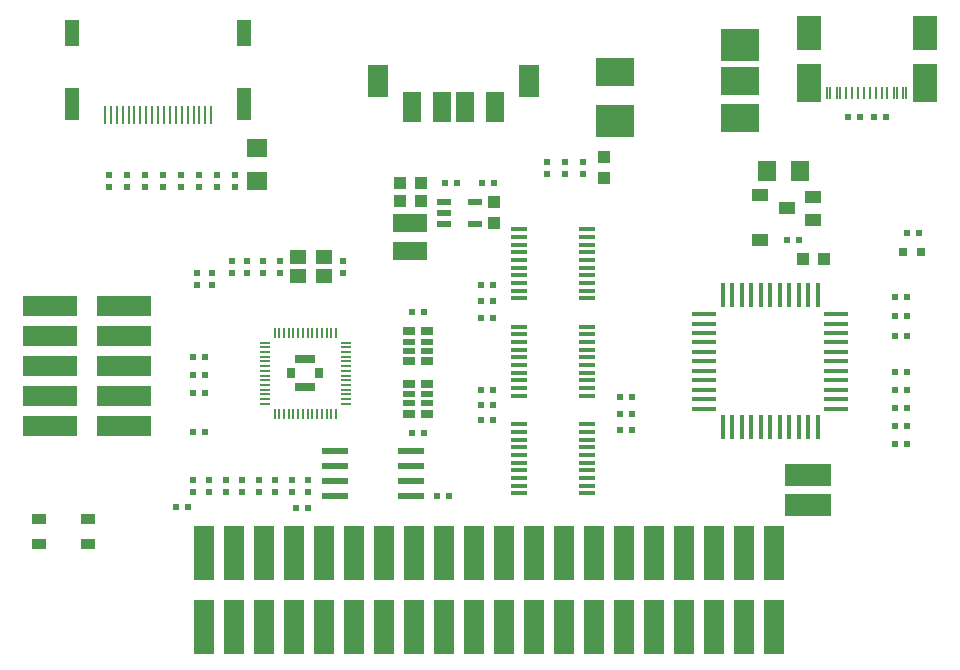
<source format=gbr>
G04 #@! TF.GenerationSoftware,KiCad,Pcbnew,5.1.4-e60b266~84~ubuntu18.04.1*
G04 #@! TF.CreationDate,2023-05-24T16:15:14+03:00*
G04 #@! TF.ProjectId,Neo6502_Rev_A,4e656f36-3530-4325-9f52-65765f412e6b,A*
G04 #@! TF.SameCoordinates,Original*
G04 #@! TF.FileFunction,Paste,Top*
G04 #@! TF.FilePolarity,Positive*
%FSLAX46Y46*%
G04 Gerber Fmt 4.6, Leading zero omitted, Abs format (unit mm)*
G04 Created by KiCad (PCBNEW 5.1.4-e60b266~84~ubuntu18.04.1) date 2023-05-24 16:15:14*
%MOMM*%
%LPD*%
G04 APERTURE LIST*
%ADD10R,1.300000X2.700000*%
%ADD11R,1.300000X2.300000*%
%ADD12R,0.230000X1.580000*%
%ADD13R,1.800000X2.800000*%
%ADD14R,1.500000X2.500000*%
%ADD15R,1.700000X4.550000*%
%ADD16C,1.700000*%
%ADD17C,0.100000*%
%ADD18R,3.937000X1.905000*%
%ADD19R,3.253999X2.354000*%
%ADD20R,3.253999X2.754000*%
%ADD21R,0.500000X0.550000*%
%ADD22R,0.800000X0.800000*%
%ADD23R,0.550000X0.500000*%
%ADD24R,1.016000X1.016000*%
%ADD25R,1.400000X1.000000*%
%ADD26R,1.304000X0.904000*%
%ADD27R,1.800000X1.600000*%
%ADD28R,3.000000X1.600000*%
%ADD29R,1.400000X1.200000*%
%ADD30R,1.016000X0.762000*%
%ADD31R,1.016000X0.508000*%
%ADD32R,2.200000X0.600000*%
%ADD33R,1.700000X0.800000*%
%ADD34R,0.800000X0.949200*%
%ADD35R,0.886000X0.211000*%
%ADD36R,0.211000X0.886000*%
%ADD37R,1.200000X0.550000*%
%ADD38R,2.000000X0.400000*%
%ADD39R,0.400000X2.000000*%
%ADD40R,1.400000X0.350000*%
%ADD41R,1.524000X1.778000*%
%ADD42R,0.280000X1.130000*%
%ADD43R,0.230000X1.130000*%
%ADD44R,2.100000X3.200000*%
%ADD45R,2.100000X3.000000*%
G04 APERTURE END LIST*
D10*
X119300000Y-72850000D03*
D11*
X119300000Y-66800000D03*
X104700000Y-66800000D03*
D10*
X104700000Y-72850000D03*
D12*
X116500000Y-73800000D03*
X116000000Y-73800000D03*
X115500000Y-73800000D03*
X115000000Y-73800000D03*
X114500000Y-73800000D03*
X114000000Y-73800000D03*
X113500000Y-73800000D03*
X113000000Y-73800000D03*
X112500000Y-73800000D03*
X112000000Y-73800000D03*
X111500000Y-73800000D03*
X111000000Y-73800000D03*
X110500000Y-73800000D03*
X110000000Y-73800000D03*
X109500000Y-73800000D03*
X109000000Y-73800000D03*
X108500000Y-73800000D03*
X108000000Y-73800000D03*
X107500000Y-73800000D03*
D13*
X130600000Y-70850000D03*
X143400000Y-70850000D03*
D14*
X133500000Y-73050000D03*
X136000000Y-73050000D03*
X138000000Y-73050000D03*
X140500000Y-73050000D03*
D15*
X164130000Y-110875000D03*
X161590000Y-110875000D03*
X159050000Y-110875000D03*
X156510000Y-110875000D03*
X153970000Y-110875000D03*
X151430000Y-110875000D03*
X148890000Y-110875000D03*
X146350000Y-110875000D03*
X143810000Y-110875000D03*
X141270000Y-110875000D03*
X115870000Y-110875000D03*
X118410000Y-110875000D03*
X120950000Y-110875000D03*
X123490000Y-110875000D03*
X126030000Y-110875000D03*
X128570000Y-110875000D03*
X131110000Y-110875000D03*
X133650000Y-110875000D03*
X136190000Y-110875000D03*
X136190000Y-117125000D03*
X138730000Y-117125000D03*
X164130000Y-117125000D03*
X161590000Y-117125000D03*
X159050000Y-117125000D03*
X156510000Y-117125000D03*
X153970000Y-117125000D03*
X151430000Y-117125000D03*
X148890000Y-117125000D03*
X146350000Y-117125000D03*
X143810000Y-117125000D03*
X141270000Y-117125000D03*
X133650000Y-117125000D03*
X131110000Y-117125000D03*
X128570000Y-117125000D03*
X126030000Y-117125000D03*
X123490000Y-117125000D03*
X120950000Y-117125000D03*
X118410000Y-117125000D03*
X115870000Y-117125000D03*
X138730000Y-110875000D03*
D16*
X102875000Y-89920000D03*
D17*
G36*
X100600000Y-89070000D02*
G01*
X105150000Y-89070000D01*
X105150000Y-90770000D01*
X100600000Y-90770000D01*
X100600000Y-89070000D01*
X100600000Y-89070000D01*
G37*
D16*
X102875000Y-92460000D03*
D17*
G36*
X100600000Y-91610000D02*
G01*
X105150000Y-91610000D01*
X105150000Y-93310000D01*
X100600000Y-93310000D01*
X100600000Y-91610000D01*
X100600000Y-91610000D01*
G37*
D16*
X102875000Y-95000000D03*
D17*
G36*
X100600000Y-94150000D02*
G01*
X105150000Y-94150000D01*
X105150000Y-95850000D01*
X100600000Y-95850000D01*
X100600000Y-94150000D01*
X100600000Y-94150000D01*
G37*
D16*
X102875000Y-97540000D03*
D17*
G36*
X100600000Y-96690000D02*
G01*
X105150000Y-96690000D01*
X105150000Y-98390000D01*
X100600000Y-98390000D01*
X100600000Y-96690000D01*
X100600000Y-96690000D01*
G37*
D16*
X102875000Y-100080000D03*
D17*
G36*
X100600000Y-99230000D02*
G01*
X105150000Y-99230000D01*
X105150000Y-100930000D01*
X100600000Y-100930000D01*
X100600000Y-99230000D01*
X100600000Y-99230000D01*
G37*
D16*
X109125000Y-100080000D03*
D17*
G36*
X106850000Y-99230000D02*
G01*
X111400000Y-99230000D01*
X111400000Y-100930000D01*
X106850000Y-100930000D01*
X106850000Y-99230000D01*
X106850000Y-99230000D01*
G37*
D16*
X109125000Y-97540000D03*
D17*
G36*
X106850000Y-96690000D02*
G01*
X111400000Y-96690000D01*
X111400000Y-98390000D01*
X106850000Y-98390000D01*
X106850000Y-96690000D01*
X106850000Y-96690000D01*
G37*
D16*
X109125000Y-89920000D03*
D17*
G36*
X106850000Y-89070000D02*
G01*
X111400000Y-89070000D01*
X111400000Y-90770000D01*
X106850000Y-90770000D01*
X106850000Y-89070000D01*
X106850000Y-89070000D01*
G37*
D16*
X109125000Y-92460000D03*
D17*
G36*
X106850000Y-91610000D02*
G01*
X111400000Y-91610000D01*
X111400000Y-93310000D01*
X106850000Y-93310000D01*
X106850000Y-91610000D01*
X106850000Y-91610000D01*
G37*
D16*
X109125000Y-95000000D03*
D17*
G36*
X106850000Y-94150000D02*
G01*
X111400000Y-94150000D01*
X111400000Y-95850000D01*
X106850000Y-95850000D01*
X106850000Y-94150000D01*
X106850000Y-94150000D01*
G37*
D18*
X167000000Y-104230000D03*
X167000000Y-106770000D03*
D19*
X161300000Y-70900000D03*
X150700000Y-70100000D03*
X161300000Y-74000000D03*
D20*
X150700000Y-74300000D03*
X161300000Y-67800000D03*
D21*
X174371000Y-101600000D03*
X175387000Y-101600000D03*
D22*
X176632000Y-85330000D03*
X175108000Y-85330000D03*
D21*
X175387000Y-83740000D03*
X176403000Y-83740000D03*
X114935000Y-97282000D03*
X115951000Y-97282000D03*
X139319000Y-88138000D03*
X140335000Y-88138000D03*
X114935000Y-95758000D03*
X115951000Y-95758000D03*
X165227000Y-84328000D03*
X166243000Y-84328000D03*
D23*
X146431000Y-77724000D03*
X146431000Y-78740000D03*
X144907000Y-77724000D03*
X144907000Y-78740000D03*
D24*
X168402000Y-85979000D03*
X166624000Y-85979000D03*
X149733000Y-77343000D03*
X149733000Y-79121000D03*
D23*
X147955000Y-77724000D03*
X147955000Y-78740000D03*
D25*
X162931000Y-84347002D03*
X162931000Y-80547002D03*
X167477440Y-82610960D03*
X167477440Y-80708500D03*
X165267640Y-81663540D03*
D26*
X106075000Y-110075000D03*
X101925000Y-110075000D03*
X106075000Y-107925000D03*
X101925000Y-107925000D03*
D21*
X124714000Y-107061000D03*
X123698000Y-107061000D03*
D23*
X116586000Y-87122000D03*
X116586000Y-88138000D03*
D21*
X134493000Y-100711000D03*
X133477000Y-100711000D03*
X133477000Y-90424000D03*
X134493000Y-90424000D03*
D23*
X119507000Y-87122000D03*
X119507000Y-86106000D03*
D21*
X114935000Y-94234000D03*
X115951000Y-94234000D03*
X115951000Y-100584000D03*
X114935000Y-100584000D03*
D23*
X123317000Y-104648000D03*
X123317000Y-105664000D03*
X121920000Y-105664000D03*
X121920000Y-104648000D03*
X114935000Y-105664000D03*
X114935000Y-104648000D03*
X116332000Y-105664000D03*
X116332000Y-104648000D03*
X117729000Y-104648000D03*
X117729000Y-105664000D03*
X118237000Y-87122000D03*
X118237000Y-86106000D03*
X124714000Y-105664000D03*
X124714000Y-104648000D03*
X127635000Y-86106000D03*
X127635000Y-87122000D03*
X122301000Y-86106000D03*
X122301000Y-87122000D03*
D24*
X140462000Y-82931000D03*
X140462000Y-81153000D03*
D21*
X174371000Y-95504001D03*
X175387000Y-95504001D03*
D24*
X132461001Y-81026000D03*
X134239001Y-81026000D03*
X134239000Y-79502000D03*
X132461000Y-79502000D03*
D21*
X152146000Y-97663000D03*
X151130000Y-97663000D03*
X151130000Y-99060000D03*
X152146000Y-99060000D03*
X139319000Y-89535000D03*
X140335000Y-89535000D03*
X140335000Y-90932000D03*
X139319000Y-90932000D03*
X139319000Y-98298000D03*
X140335000Y-98298000D03*
X139319000Y-99568000D03*
X140335000Y-99568000D03*
D27*
X120396000Y-79378000D03*
X120396000Y-76578000D03*
D28*
X133350000Y-85274000D03*
X133350000Y-82874000D03*
D29*
X126068000Y-85814000D03*
X123868000Y-87414000D03*
X123868000Y-85814000D03*
X126068000Y-87414000D03*
D21*
X136652000Y-106045000D03*
X135636000Y-106045000D03*
D23*
X115316000Y-88138000D03*
X115316000Y-87122000D03*
X120904000Y-87122000D03*
X120904000Y-86106000D03*
X119126000Y-104648000D03*
X119126000Y-105664000D03*
X120523000Y-105664000D03*
X120523000Y-104648000D03*
D21*
X113538000Y-106934000D03*
X114554000Y-106934000D03*
X171450000Y-73914000D03*
X170434000Y-73914000D03*
X173609000Y-73914000D03*
X172593000Y-73914000D03*
X175387000Y-97028000D03*
X174371000Y-97028000D03*
X136271000Y-79502000D03*
X137287000Y-79502000D03*
X139446000Y-79502000D03*
X140462000Y-79502000D03*
X174371000Y-92456000D03*
X175387000Y-92456000D03*
X175387000Y-90805000D03*
X174371000Y-90805000D03*
X174371000Y-89154000D03*
X175387000Y-89154000D03*
X175387000Y-100076000D03*
X174371000Y-100076000D03*
X174371000Y-98552000D03*
X175387000Y-98552000D03*
D23*
X107823000Y-79883000D03*
X107823000Y-78867000D03*
X109347000Y-78867000D03*
X109347000Y-79883000D03*
X110871000Y-79883000D03*
X110871000Y-78867000D03*
X112395000Y-78867000D03*
X112395000Y-79883000D03*
X113919000Y-79883000D03*
X113919000Y-78867000D03*
X115443000Y-78867000D03*
X115443000Y-79883000D03*
X116967000Y-79883000D03*
X116967000Y-78867000D03*
X118491000Y-78867000D03*
X118491000Y-79883000D03*
D21*
X139319000Y-97028000D03*
X140335000Y-97028000D03*
X152146000Y-100457000D03*
X151130000Y-100457000D03*
D30*
X134747000Y-96520000D03*
X133223000Y-96520000D03*
X134747000Y-99060000D03*
X133223000Y-99060000D03*
D31*
X134747000Y-97409000D03*
X134747000Y-98171000D03*
X133223000Y-97409000D03*
X133223000Y-98171000D03*
X133223000Y-93726000D03*
X133223000Y-92964000D03*
X134747000Y-93726000D03*
X134747000Y-92964000D03*
D30*
X133223000Y-94615000D03*
X134747000Y-94615000D03*
X133223000Y-92075000D03*
X134747000Y-92075000D03*
D32*
X133410000Y-106045000D03*
X133410000Y-104775000D03*
X133410000Y-103505000D03*
X133410000Y-102235000D03*
X126940000Y-102235000D03*
X126940000Y-103505000D03*
X126940000Y-104775000D03*
X126940000Y-106045000D03*
D33*
X124460000Y-96819800D03*
X124460000Y-94432200D03*
D34*
X125653800Y-95626000D03*
X123266200Y-95626000D03*
D35*
X127897500Y-98226000D03*
X127897500Y-97826000D03*
X127897500Y-97426000D03*
X127897500Y-97026000D03*
X127897500Y-96626000D03*
X127897500Y-96226000D03*
X127897500Y-95826000D03*
X127897500Y-95426000D03*
X127897500Y-95026000D03*
X127897500Y-94626000D03*
X127897500Y-94226000D03*
X127897500Y-93826000D03*
X127897500Y-93426000D03*
X127897500Y-93026000D03*
D36*
X127060000Y-92188500D03*
X126660000Y-92188500D03*
X126260000Y-92188500D03*
X125860000Y-92188500D03*
X125460000Y-92188500D03*
X125060000Y-92188500D03*
X124660000Y-92188500D03*
X124260000Y-92188500D03*
X123860000Y-92188500D03*
X123460000Y-92188500D03*
X123060000Y-92188500D03*
X122660000Y-92188500D03*
X122260000Y-92188500D03*
X121860000Y-92188500D03*
D35*
X121022500Y-93026000D03*
X121022500Y-93426000D03*
X121022500Y-93826000D03*
X121022500Y-94226000D03*
X121022500Y-94626000D03*
X121022500Y-95026000D03*
X121022500Y-95426000D03*
X121022500Y-95826000D03*
X121022500Y-96226000D03*
X121022500Y-96626000D03*
X121022500Y-97026000D03*
X121022500Y-97426000D03*
X121022500Y-97826000D03*
X121022500Y-98226000D03*
D36*
X121860000Y-99063500D03*
X122260000Y-99063500D03*
X122660000Y-99063500D03*
X123060000Y-99063500D03*
X123460000Y-99063500D03*
X123860000Y-99063500D03*
X124260000Y-99063500D03*
X124660000Y-99063500D03*
X125060000Y-99063500D03*
X125460000Y-99063500D03*
X125860000Y-99063500D03*
X126260000Y-99063500D03*
X126660000Y-99063500D03*
X127060000Y-99063500D03*
D37*
X138841000Y-82992000D03*
X138841000Y-81092000D03*
X136241000Y-82992000D03*
X136241000Y-82042000D03*
X136241000Y-81092000D03*
D38*
X169430000Y-90615000D03*
X169430000Y-91415000D03*
X169430000Y-92215000D03*
X169430000Y-93015000D03*
X169430000Y-93815000D03*
X169430000Y-94615000D03*
X169430000Y-95415000D03*
X169430000Y-96215000D03*
X169430000Y-97015000D03*
X169430000Y-97815000D03*
X169430000Y-98615000D03*
D39*
X167830000Y-100215000D03*
X167030000Y-100215000D03*
X166230000Y-100215000D03*
X165430000Y-100215000D03*
X164630000Y-100215000D03*
X163830000Y-100215000D03*
X163030000Y-100215000D03*
X162230000Y-100215000D03*
X161430000Y-100215000D03*
X160630000Y-100215000D03*
X159830000Y-100215000D03*
D38*
X158230000Y-98615000D03*
X158230000Y-97815000D03*
X158230000Y-97015000D03*
X158230000Y-96215000D03*
X158230000Y-95415000D03*
X158230000Y-94615000D03*
X158230000Y-93815000D03*
X158230000Y-93015000D03*
X158230000Y-92215000D03*
X158230000Y-91415000D03*
X158230000Y-90615000D03*
D39*
X159830000Y-89015000D03*
X160630000Y-89015000D03*
X161430000Y-89015000D03*
X162230000Y-89015000D03*
X163030000Y-89015000D03*
X163830000Y-89015000D03*
X164630000Y-89015000D03*
X165430000Y-89015000D03*
X166230000Y-89015000D03*
X167030000Y-89015000D03*
X167830000Y-89015000D03*
D40*
X148315000Y-83435000D03*
X148315000Y-84085000D03*
X148315000Y-84735000D03*
X148315000Y-85385000D03*
X148315000Y-86035000D03*
X148315000Y-86685000D03*
X148315000Y-87335000D03*
X148315000Y-87985000D03*
X148315000Y-88635000D03*
X148315000Y-89285000D03*
X142515000Y-89285000D03*
X142515000Y-88635000D03*
X142515000Y-87985000D03*
X142515000Y-87335000D03*
X142515000Y-86685000D03*
X142515000Y-86035000D03*
X142515000Y-85385000D03*
X142515000Y-84735000D03*
X142515000Y-84085000D03*
X142515000Y-83435000D03*
X148315000Y-91690000D03*
X148315000Y-92340000D03*
X148315000Y-92990000D03*
X148315000Y-93640000D03*
X148315000Y-94290000D03*
X148315000Y-94940000D03*
X148315000Y-95590000D03*
X148315000Y-96240000D03*
X148315000Y-96890000D03*
X148315000Y-97540000D03*
X142515000Y-97540000D03*
X142515000Y-96890000D03*
X142515000Y-96240000D03*
X142515000Y-95590000D03*
X142515000Y-94940000D03*
X142515000Y-94290000D03*
X142515000Y-93640000D03*
X142515000Y-92990000D03*
X142515000Y-92340000D03*
X142515000Y-91690000D03*
X148315000Y-105795000D03*
X148315000Y-105145000D03*
X148315000Y-104495000D03*
X148315000Y-103845000D03*
X148315000Y-103195000D03*
X148315000Y-102545000D03*
X148315000Y-101895000D03*
X148315000Y-101245000D03*
X148315000Y-100595000D03*
X148315000Y-99945000D03*
X142515000Y-99945000D03*
X142515000Y-100595000D03*
X142515000Y-101245000D03*
X142515000Y-101895000D03*
X142515000Y-102545000D03*
X142515000Y-103195000D03*
X142515000Y-103845000D03*
X142515000Y-104495000D03*
X142515000Y-105145000D03*
X142515000Y-105795000D03*
D41*
X163576000Y-78486000D03*
X166370000Y-78486000D03*
D42*
X168675000Y-71932000D03*
X175325000Y-71932000D03*
X168925000Y-71932000D03*
X175075000Y-71932000D03*
X169475000Y-71932000D03*
X174525000Y-71932000D03*
X169725000Y-71932000D03*
X174275000Y-71932000D03*
D43*
X172250000Y-71932000D03*
X171250000Y-71932000D03*
X170750000Y-71932000D03*
X171750000Y-71932000D03*
X170250000Y-71932000D03*
X172750000Y-71932000D03*
X173250000Y-71932000D03*
X173750000Y-71932000D03*
D44*
X176927600Y-71030000D03*
D45*
X176927600Y-66850000D03*
D44*
X167072400Y-71030000D03*
D45*
X167072400Y-66850000D03*
M02*

</source>
